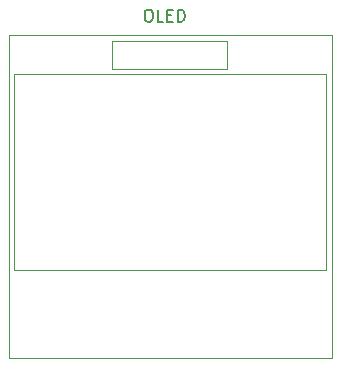
<source format=gbr>
%TF.GenerationSoftware,KiCad,Pcbnew,7.0.5-7.0.5~ubuntu20.04.1*%
%TF.CreationDate,2023-08-02T18:49:19-03:00*%
%TF.ProjectId,condicionamento_BIA_v02,636f6e64-6963-4696-9f6e-616d656e746f,v01*%
%TF.SameCoordinates,Original*%
%TF.FileFunction,Legend,Top*%
%TF.FilePolarity,Positive*%
%FSLAX46Y46*%
G04 Gerber Fmt 4.6, Leading zero omitted, Abs format (unit mm)*
G04 Created by KiCad (PCBNEW 7.0.5-7.0.5~ubuntu20.04.1) date 2023-08-02 18:49:19*
%MOMM*%
%LPD*%
G01*
G04 APERTURE LIST*
%ADD10C,0.150000*%
%ADD11C,0.120000*%
G04 APERTURE END LIST*
D10*
%TO.C,OLED*%
X165747619Y-142754819D02*
X165938095Y-142754819D01*
X165938095Y-142754819D02*
X166033333Y-142802438D01*
X166033333Y-142802438D02*
X166128571Y-142897676D01*
X166128571Y-142897676D02*
X166176190Y-143088152D01*
X166176190Y-143088152D02*
X166176190Y-143421485D01*
X166176190Y-143421485D02*
X166128571Y-143611961D01*
X166128571Y-143611961D02*
X166033333Y-143707200D01*
X166033333Y-143707200D02*
X165938095Y-143754819D01*
X165938095Y-143754819D02*
X165747619Y-143754819D01*
X165747619Y-143754819D02*
X165652381Y-143707200D01*
X165652381Y-143707200D02*
X165557143Y-143611961D01*
X165557143Y-143611961D02*
X165509524Y-143421485D01*
X165509524Y-143421485D02*
X165509524Y-143088152D01*
X165509524Y-143088152D02*
X165557143Y-142897676D01*
X165557143Y-142897676D02*
X165652381Y-142802438D01*
X165652381Y-142802438D02*
X165747619Y-142754819D01*
X167080952Y-143754819D02*
X166604762Y-143754819D01*
X166604762Y-143754819D02*
X166604762Y-142754819D01*
X167414286Y-143231009D02*
X167747619Y-143231009D01*
X167890476Y-143754819D02*
X167414286Y-143754819D01*
X167414286Y-143754819D02*
X167414286Y-142754819D01*
X167414286Y-142754819D02*
X167890476Y-142754819D01*
X168319048Y-143754819D02*
X168319048Y-142754819D01*
X168319048Y-142754819D02*
X168557143Y-142754819D01*
X168557143Y-142754819D02*
X168700000Y-142802438D01*
X168700000Y-142802438D02*
X168795238Y-142897676D01*
X168795238Y-142897676D02*
X168842857Y-142992914D01*
X168842857Y-142992914D02*
X168890476Y-143183390D01*
X168890476Y-143183390D02*
X168890476Y-143326247D01*
X168890476Y-143326247D02*
X168842857Y-143516723D01*
X168842857Y-143516723D02*
X168795238Y-143611961D01*
X168795238Y-143611961D02*
X168700000Y-143707200D01*
X168700000Y-143707200D02*
X168557143Y-143754819D01*
X168557143Y-143754819D02*
X168319048Y-143754819D01*
D11*
X154000000Y-144900000D02*
X181400000Y-144900000D01*
X154000000Y-172200000D02*
X154000000Y-144900000D01*
X154422000Y-148195000D02*
X177522000Y-148195000D01*
X154422000Y-164795000D02*
X154422000Y-148195000D01*
X162701000Y-145389000D02*
X162701000Y-147802000D01*
X162701000Y-145389000D02*
X172480000Y-145389000D01*
X172480000Y-145389000D02*
X172480000Y-147802000D01*
X172480000Y-147802000D02*
X162701000Y-147802000D01*
X177522000Y-148195000D02*
X180608000Y-148195000D01*
X177522000Y-164795000D02*
X154422000Y-164795000D01*
X177522000Y-164795000D02*
X180862000Y-164820000D01*
X180862000Y-148183000D02*
X180608000Y-148195000D01*
X180862000Y-164820000D02*
X180862000Y-148183000D01*
X181400000Y-144900000D02*
X181400000Y-172200000D01*
X181400000Y-172200000D02*
X154000000Y-172200000D01*
%TD*%
M02*

</source>
